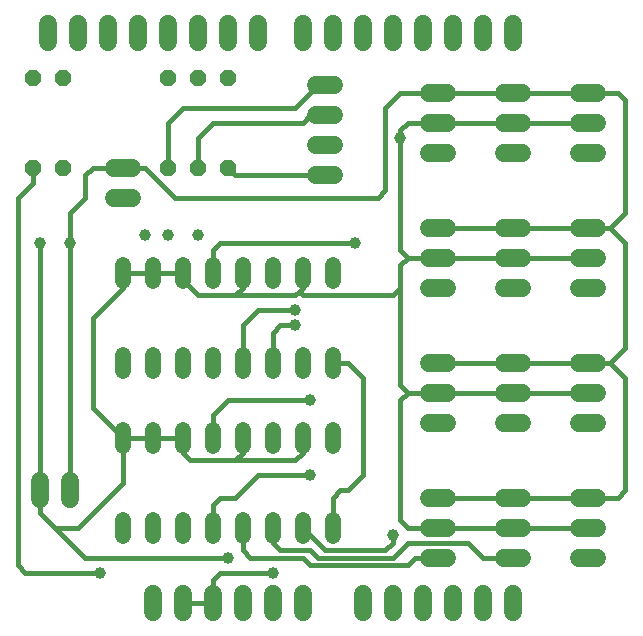
<source format=gbl>
G75*
G70*
%OFA0B0*%
%FSLAX24Y24*%
%IPPOS*%
%LPD*%
%AMOC8*
5,1,8,0,0,1.08239X$1,22.5*
%
%ADD10C,0.0600*%
%ADD11C,0.0520*%
%ADD12OC8,0.0520*%
%ADD13C,0.0160*%
%ADD14C,0.0396*%
D10*
X002851Y004944D02*
X002851Y005544D01*
X003851Y005544D02*
X003851Y004944D01*
X006601Y001794D02*
X006601Y001194D01*
X007601Y001194D02*
X007601Y001794D01*
X008601Y001794D02*
X008601Y001194D01*
X009601Y001194D02*
X009601Y001794D01*
X010601Y001794D02*
X010601Y001194D01*
X011601Y001194D02*
X011601Y001794D01*
X013601Y001794D02*
X013601Y001194D01*
X014601Y001194D02*
X014601Y001794D01*
X015601Y001794D02*
X015601Y001194D01*
X016601Y001194D02*
X016601Y001794D01*
X017601Y001794D02*
X017601Y001194D01*
X018601Y001194D02*
X018601Y001794D01*
X018301Y002994D02*
X018901Y002994D01*
X018901Y003994D02*
X018301Y003994D01*
X018301Y004994D02*
X018901Y004994D01*
X020801Y004994D02*
X021401Y004994D01*
X021401Y003994D02*
X020801Y003994D01*
X020801Y002994D02*
X021401Y002994D01*
X021401Y007494D02*
X020801Y007494D01*
X020801Y008494D02*
X021401Y008494D01*
X021401Y009494D02*
X020801Y009494D01*
X018901Y009494D02*
X018301Y009494D01*
X018301Y008494D02*
X018901Y008494D01*
X018901Y007494D02*
X018301Y007494D01*
X016401Y007494D02*
X015801Y007494D01*
X015801Y008494D02*
X016401Y008494D01*
X016401Y009494D02*
X015801Y009494D01*
X015801Y011994D02*
X016401Y011994D01*
X016401Y012994D02*
X015801Y012994D01*
X015801Y013994D02*
X016401Y013994D01*
X018301Y013994D02*
X018901Y013994D01*
X018901Y012994D02*
X018301Y012994D01*
X018301Y011994D02*
X018901Y011994D01*
X020801Y011994D02*
X021401Y011994D01*
X021401Y012994D02*
X020801Y012994D01*
X020801Y013994D02*
X021401Y013994D01*
X021401Y016494D02*
X020801Y016494D01*
X020801Y017494D02*
X021401Y017494D01*
X021401Y018494D02*
X020801Y018494D01*
X018901Y018494D02*
X018301Y018494D01*
X018301Y017494D02*
X018901Y017494D01*
X018901Y016494D02*
X018301Y016494D01*
X016401Y016494D02*
X015801Y016494D01*
X015801Y017494D02*
X016401Y017494D01*
X016401Y018494D02*
X015801Y018494D01*
X015601Y020194D02*
X015601Y020794D01*
X016601Y020794D02*
X016601Y020194D01*
X017601Y020194D02*
X017601Y020794D01*
X018601Y020794D02*
X018601Y020194D01*
X014601Y020194D02*
X014601Y020794D01*
X013601Y020794D02*
X013601Y020194D01*
X012601Y020194D02*
X012601Y020794D01*
X011601Y020794D02*
X011601Y020194D01*
X010101Y020194D02*
X010101Y020794D01*
X009101Y020794D02*
X009101Y020194D01*
X008101Y020194D02*
X008101Y020794D01*
X007101Y020794D02*
X007101Y020194D01*
X006101Y020194D02*
X006101Y020794D01*
X005101Y020794D02*
X005101Y020194D01*
X004101Y020194D02*
X004101Y020794D01*
X003101Y020794D02*
X003101Y020194D01*
X005301Y015994D02*
X005901Y015994D01*
X005901Y014994D02*
X005301Y014994D01*
X012051Y015744D02*
X012651Y015744D01*
X012651Y016744D02*
X012051Y016744D01*
X012051Y017744D02*
X012651Y017744D01*
X012651Y018744D02*
X012051Y018744D01*
X015801Y004994D02*
X016401Y004994D01*
X016401Y003994D02*
X015801Y003994D01*
X015801Y002994D02*
X016401Y002994D01*
D11*
X012601Y003734D02*
X012601Y004254D01*
X011601Y004254D02*
X011601Y003734D01*
X010601Y003734D02*
X010601Y004254D01*
X009601Y004254D02*
X009601Y003734D01*
X008601Y003734D02*
X008601Y004254D01*
X007601Y004254D02*
X007601Y003734D01*
X006601Y003734D02*
X006601Y004254D01*
X005601Y004254D02*
X005601Y003734D01*
X005601Y006734D02*
X005601Y007254D01*
X006601Y007254D02*
X006601Y006734D01*
X007601Y006734D02*
X007601Y007254D01*
X008601Y007254D02*
X008601Y006734D01*
X009601Y006734D02*
X009601Y007254D01*
X010601Y007254D02*
X010601Y006734D01*
X011601Y006734D02*
X011601Y007254D01*
X012601Y007254D02*
X012601Y006734D01*
X012601Y009234D02*
X012601Y009754D01*
X011601Y009754D02*
X011601Y009234D01*
X010601Y009234D02*
X010601Y009754D01*
X009601Y009754D02*
X009601Y009234D01*
X008601Y009234D02*
X008601Y009754D01*
X007601Y009754D02*
X007601Y009234D01*
X006601Y009234D02*
X006601Y009754D01*
X005601Y009754D02*
X005601Y009234D01*
X005601Y012234D02*
X005601Y012754D01*
X006601Y012754D02*
X006601Y012234D01*
X007601Y012234D02*
X007601Y012754D01*
X008601Y012754D02*
X008601Y012234D01*
X009601Y012234D02*
X009601Y012754D01*
X010601Y012754D02*
X010601Y012234D01*
X011601Y012234D02*
X011601Y012754D01*
X012601Y012754D02*
X012601Y012234D01*
D12*
X009101Y015994D03*
X008101Y015994D03*
X007101Y015994D03*
X007101Y018994D03*
X008101Y018994D03*
X009101Y018994D03*
X003601Y018994D03*
X002601Y018994D03*
X002601Y015994D03*
X003601Y015994D03*
D13*
X002351Y002494D02*
X004851Y002494D01*
X004351Y002994D02*
X003351Y003994D01*
X002851Y004494D01*
X002851Y005244D01*
X002851Y013494D01*
X003851Y013494D02*
X003851Y005244D01*
X004101Y003994D02*
X003351Y003994D01*
X004101Y003994D02*
X005601Y005494D01*
X005601Y006994D01*
X004601Y007994D01*
X004601Y010994D01*
X005601Y011994D01*
X005601Y012494D01*
X006601Y012494D01*
X007601Y012494D01*
X007601Y012244D01*
X008101Y011744D01*
X009351Y011744D01*
X009601Y011994D01*
X009601Y012494D01*
X009351Y011744D02*
X011351Y011744D01*
X011476Y011869D01*
X011601Y011744D01*
X014601Y011744D01*
X014851Y011994D01*
X014851Y012744D01*
X015101Y012994D01*
X016101Y012994D01*
X018601Y012994D01*
X021101Y012994D01*
X021101Y013994D02*
X021851Y013994D01*
X022351Y013494D01*
X022351Y009994D01*
X021851Y009494D01*
X022351Y008994D01*
X022351Y005244D01*
X022101Y004994D01*
X018601Y004994D01*
X016101Y004994D01*
X016101Y003994D02*
X015101Y003994D01*
X014851Y004244D01*
X014851Y008244D01*
X015101Y008494D01*
X016101Y008494D01*
X018601Y008494D01*
X021101Y008494D01*
X021101Y009494D02*
X021601Y009494D01*
X021851Y009494D01*
X021101Y009494D02*
X018601Y009494D01*
X016101Y009494D01*
X015101Y008494D02*
X014851Y008744D01*
X014851Y011994D01*
X015101Y012994D02*
X014851Y013244D01*
X014851Y016994D01*
X014851Y017244D01*
X015101Y017494D01*
X016101Y017494D01*
X018601Y017494D01*
X021101Y017494D01*
X021101Y018494D02*
X022101Y018494D01*
X022351Y018244D01*
X022351Y014494D01*
X021851Y013994D01*
X021101Y013994D02*
X018601Y013994D01*
X016101Y013994D01*
X015851Y013994D01*
X014351Y015244D02*
X014101Y014994D01*
X007351Y014994D01*
X006351Y015994D01*
X005601Y015994D01*
X004601Y015994D01*
X004351Y015744D01*
X004351Y014994D01*
X003851Y014494D01*
X003851Y013494D01*
X002101Y014994D02*
X002101Y002744D01*
X002351Y002494D01*
X004351Y002994D02*
X009101Y002994D01*
X009601Y003244D02*
X009851Y002994D01*
X011601Y002994D01*
X011851Y002744D01*
X015101Y002744D01*
X015351Y002994D01*
X016101Y002994D01*
X015101Y003494D02*
X017101Y003494D01*
X017601Y002994D01*
X018601Y002994D01*
X018601Y003994D02*
X021101Y003994D01*
X018601Y003994D02*
X016101Y003994D01*
X015101Y003494D02*
X014601Y002994D01*
X012101Y002994D01*
X011851Y003244D01*
X010851Y003244D01*
X010601Y003494D01*
X010601Y003994D01*
X009601Y003994D02*
X009601Y003244D01*
X008851Y002494D02*
X008601Y002244D01*
X008601Y001494D01*
X007601Y001494D01*
X008851Y002494D02*
X010601Y002494D01*
X011601Y003994D02*
X012351Y003244D01*
X014351Y003244D01*
X014601Y003494D01*
X014601Y003744D01*
X013101Y005244D02*
X012851Y005244D01*
X012601Y004994D01*
X012601Y003994D01*
X013101Y005244D02*
X013601Y005744D01*
X013601Y008994D01*
X013101Y009494D01*
X012601Y009494D01*
X011851Y008244D02*
X009101Y008244D01*
X008601Y007744D01*
X008601Y006994D01*
X009101Y006244D02*
X007851Y006244D01*
X007601Y006494D01*
X007601Y006994D01*
X006601Y006994D01*
X005601Y006994D01*
X008601Y004744D02*
X008851Y004994D01*
X009351Y004994D01*
X010101Y005744D01*
X011851Y005744D01*
X011351Y006244D02*
X009351Y006244D01*
X009601Y006494D01*
X009601Y006994D01*
X009351Y006244D02*
X009101Y006244D01*
X008601Y004744D02*
X008601Y003994D01*
X011351Y006244D02*
X011601Y006494D01*
X011601Y006994D01*
X010601Y009494D02*
X010601Y010494D01*
X010851Y010744D01*
X011351Y010744D01*
X011351Y011244D02*
X010101Y011244D01*
X009601Y010744D01*
X009601Y009494D01*
X011476Y011869D02*
X011601Y011994D01*
X011601Y012494D01*
X013351Y013494D02*
X008851Y013494D01*
X008601Y013244D01*
X008601Y012494D01*
X009351Y015744D02*
X009101Y015994D01*
X009351Y015744D02*
X012351Y015744D01*
X011601Y017494D02*
X008601Y017494D01*
X008101Y016994D01*
X008101Y015994D01*
X007101Y015994D02*
X007101Y017494D01*
X007601Y017994D01*
X011351Y017994D01*
X012101Y018744D01*
X012351Y018744D01*
X012351Y017744D02*
X011851Y017744D01*
X011601Y017494D01*
X014351Y017994D02*
X014351Y015244D01*
X014351Y017994D02*
X014851Y018494D01*
X016101Y018494D01*
X018601Y018494D01*
X021101Y018494D01*
X002601Y015994D02*
X002601Y015494D01*
X002101Y014994D01*
D14*
X002851Y013494D03*
X003851Y013494D03*
X006351Y013744D03*
X007101Y013744D03*
X008101Y013744D03*
X011351Y011244D03*
X011351Y010744D03*
X011851Y008244D03*
X011851Y005744D03*
X014601Y003744D03*
X010601Y002494D03*
X009101Y002994D03*
X004851Y002494D03*
X013351Y013494D03*
X014851Y016994D03*
M02*

</source>
